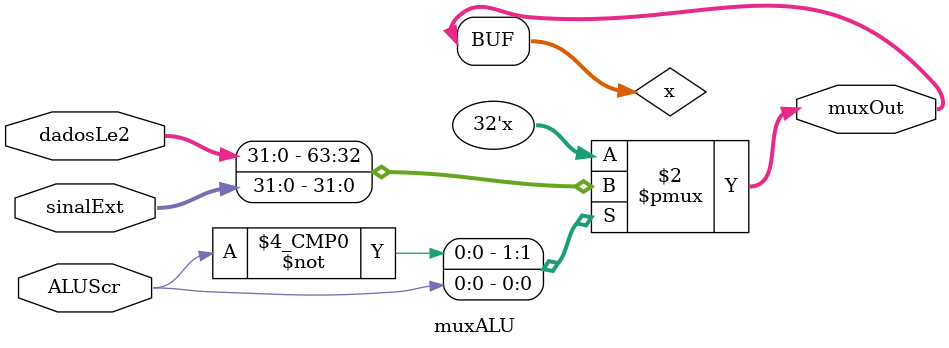
<source format=v>
module muxALU (input wire[31:0] dadosLe2, input wire [31:0] sinalExt, input wire ALUScr, output wire [31:0] muxOut);
	reg [31:0] x;
	
	always @(ALUScr or dadosLe2 or sinalExt)
	begin
		case(ALUScr)
			0: x <= dadosLe2;
			1: x <= sinalExt;
			default: x <= 0;
		endcase
	end
	
	assign muxOut = x;

endmodule

//modulo q define qual das duas entradas a ALU ira receber
</source>
